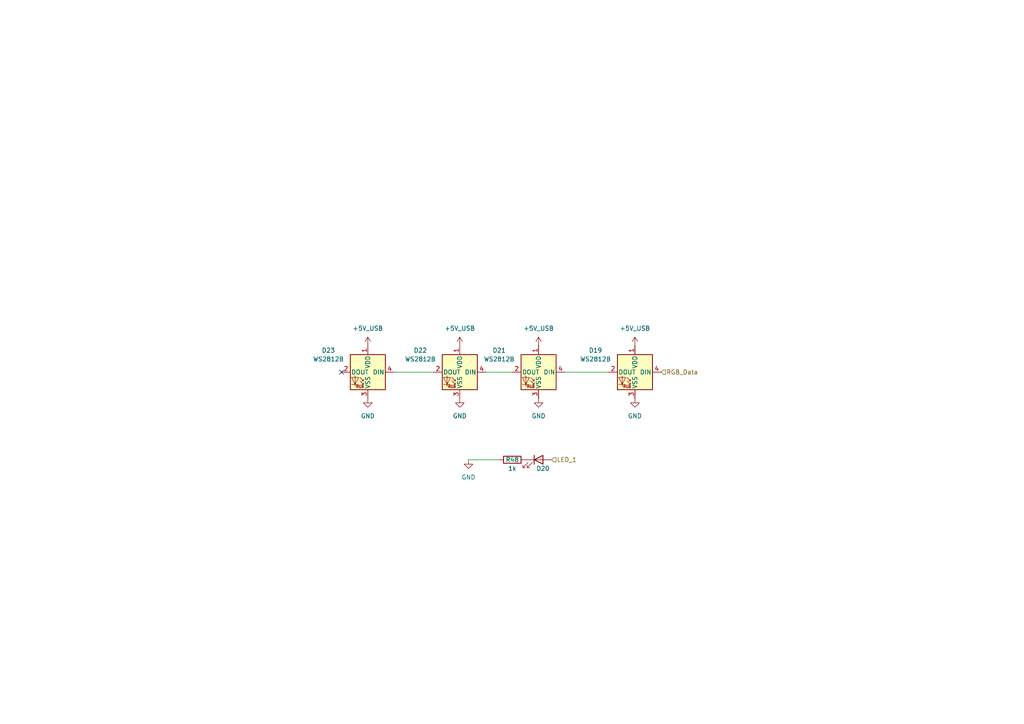
<source format=kicad_sch>
(kicad_sch (version 20250114) (generator "eeschema") (generator_version "9.0")
  (paper "A4")
  (title_block (title "LCR Meter - LEDs") (date "2025-01-20") (rev "1") (company "Vojtěch Glombíček"))
  (lib_symbols
    (symbol "Device:LED" (pin_numbers (hide yes)) (pin_names (offset 1.016) (hide yes))
      (property "Reference" "D" (at 0 2.54 0))
      (property "Value" "LED" (at 0 -2.54 0))
      (symbol "LED_0_1"
        (polyline (pts (xy -3.048 -0.762) (xy -4.572 -2.286) (xy -3.81 -2.286) (xy -4.572 -2.286) (xy -4.572 -1.524)))
        (polyline (pts (xy -1.778 -0.762) (xy -3.302 -2.286) (xy -2.54 -2.286) (xy -3.302 -2.286) (xy -3.302 -1.524)))
        (polyline (pts (xy -1.27 0) (xy 1.27 0)))
        (polyline (pts (xy -1.27 -1.27) (xy -1.27 1.27)) (stroke (width 0.254)))
        (polyline (pts (xy 1.27 -1.27) (xy 1.27 1.27) (xy -1.27 0) (xy 1.27 -1.27)) (stroke (width 0.254)))
      )
      (symbol "LED_1_1"
        (pin passive line (at -3.81 0 0) (length 2.54) (name "K") (number "1"))
        (pin passive line (at 3.81 0 180) (length 2.54) (name "A") (number "2"))
      )
    )
    (symbol "Device:R" (pin_numbers (hide yes)) (pin_names (offset 0))
      (property "Reference" "R" (at 2.032 0 90))
      (property "Value" "R" (at 0 0 90))
      (symbol "R_0_1"
        (rectangle (start -1.016 -2.54) (end 1.016 2.54) (stroke (width 0.254)))
      )
      (symbol "R_1_1"
        (pin passive line (at 0 3.81 270) (length 1.27) (name "~") (number "1"))
        (pin passive line (at 0 -3.81 90) (length 1.27) (name "~") (number "2"))
      )
    )
    (symbol "LED:WS2812B" (pin_names (offset 0.254))
      (property "Reference" "D" (at 5.08 5.715 0))
      (property "Value" "WS2812B" (at 1.27 -5.715 0))
      (symbol "WS2812B_0_0"
        (text "RGB" (at 2.286 -4.191 0) (effects (font (size 0.762 0.762))))
      )
      (symbol "WS2812B_0_1"
        (polyline (pts (xy 1.27 -2.54) (xy 1.778 -2.54)))
        (polyline (pts (xy 1.27 -3.556) (xy 1.778 -3.556)))
        (polyline (pts (xy 2.286 -1.524) (xy 1.27 -2.54) (xy 1.27 -2.032)))
        (polyline (pts (xy 2.286 -2.54) (xy 1.27 -3.556) (xy 1.27 -3.048)))
        (polyline (pts (xy 3.683 -1.016) (xy 3.683 -3.556) (xy 3.683 -4.064)))
        (polyline (pts (xy 4.699 -1.524) (xy 2.667 -1.524) (xy 3.683 -3.556) (xy 4.699 -1.524)))
        (polyline (pts (xy 4.699 -3.556) (xy 2.667 -3.556)))
        (rectangle (start 5.08 5.08) (end -5.08 -5.08) (stroke (width 0.254)) (fill (type background)))
      )
      (symbol "WS2812B_1_1"
        (pin input line (at -7.62 0 0) (length 2.54) (name "DIN") (number "4"))
        (pin power_in line (at 0 7.62 270) (length 2.54) (name "VDD") (number "1"))
        (pin power_in line (at 0 -7.62 90) (length 2.54) (name "VSS") (number "3"))
        (pin output line (at 7.62 0 180) (length 2.54) (name "DOUT") (number "2"))
      )
    )
    (symbol "power:+5V" (power) (pin_numbers (hide yes)) (pin_names (offset 0) (hide yes))
      (property "Value" "+5V" (at 0 3.556 0))
      (symbol "+5V_0_1"
        (polyline (pts (xy -0.762 1.27) (xy 0 2.54)))
        (polyline (pts (xy 0 2.54) (xy 0.762 1.27)))
        (polyline (pts (xy 0 0) (xy 0 2.54)))
      )
      (symbol "+5V_1_1"
        (pin power_in line (at 0 0 90) (length 0) (name "~") (number "1"))
      )
    )
    (symbol "power:GND" (power) (pin_numbers (hide yes)) (pin_names (offset 0) (hide yes))
      (property "Value" "GND" (at 0 -3.81 0))
      (symbol "GND_0_1"
        (polyline (pts (xy 0 0) (xy 0 -1.27) (xy 1.27 -1.27) (xy 0 -2.54) (xy -1.27 -1.27) (xy 0 -1.27)))
      )
      (symbol "GND_1_1"
        (pin power_in line (at 0 0 270) (length 0) (name "~") (number "1"))
      )
    )
  )
  (no_connect (at 99.06 107.95))
  (wire (pts (xy 163.83 107.95) (xy 176.53 107.95)))
  (wire (pts (xy 140.97 107.95) (xy 148.59 107.95)))
  (wire (pts (xy 135.89 133.35) (xy 144.78 133.35)))
  (wire (pts (xy 114.3 107.95) (xy 125.73 107.95)))
  (hierarchical_label "LED_1" (shape input) (at 160.02 133.35 0))
  (hierarchical_label "RGB_Data" (shape input) (at 191.77 107.95 0))
  (symbol (lib_id "Device:R") (at 148.59 133.35 90) (unit 1)
    (property "Reference" "R48" (at 148.59 133.35 90))
    (property "Value" "1k" (at 148.59 135.89 90))
    (property "Footprint" "Resistor_SMD:R_0603_1608Metric_Pad0.98x0.95mm_HandSolder" (effects (hide yes)))
    (property "Description" "Resistor" (effects (hide yes)))
  )
  (symbol (lib_id "power:+5V") (at 184.15 100.33 0) (unit 1)
    (property "Reference" "#PWR03" (effects (hide yes)))
    (property "Value" "+5V_USB" (at 184.15 95.25 0))
    (property "Description" "Power symbol creates a global label with name \"+5V\"" (effects (hide yes)))
  )
  (symbol (lib_id "power:GND") (at 106.68 115.57 0) (unit 1)
    (property "Reference" "#PWR0136" (effects (hide yes)))
    (property "Value" "GND" (at 106.68 120.65 0))
    (property "Description" "Power symbol creates a global label with name \"GND\" , ground" (effects (hide yes)))
  )
  (symbol (lib_id "LED:WS2812B") (at 106.68 107.95 0) (mirror y) (unit 1)
    (property "Reference" "D23" (at 95.25 101.6314 0))
    (property "Value" "WS2812B" (at 95.25 104.1714 0))
    (property "Footprint" "LED_SMD:LED_WS2812B_PLCC4_5.0x5.0mm_P3.2mm" (effects (hide yes)))
    (property "Datasheet" "https://cdn-shop.adafruit.com/datasheets/WS2812B.pdf" (effects (hide yes)))
    (property "Description" "RGB LED with integrated controller" (effects (hide yes)))
  )
  (symbol (lib_id "power:+5V") (at 156.21 100.33 0) (unit 1)
    (property "Reference" "#PWR0131" (effects (hide yes)))
    (property "Value" "+5V_USB" (at 156.21 95.25 0))
    (property "Description" "Power symbol creates a global label with name \"+5V\"" (effects (hide yes)))
  )
  (symbol (lib_id "power:GND") (at 184.15 115.57 0) (unit 1)
    (property "Reference" "#PWR04" (effects (hide yes)))
    (property "Value" "GND" (at 184.15 120.65 0))
    (property "Description" "Power symbol creates a global label with name \"GND\" , ground" (effects (hide yes)))
  )
  (symbol (lib_id "power:GND") (at 133.35 115.57 0) (unit 1)
    (property "Reference" "#PWR0134" (effects (hide yes)))
    (property "Value" "GND" (at 133.35 120.65 0))
    (property "Description" "Power symbol creates a global label with name \"GND\" , ground" (effects (hide yes)))
  )
  (symbol (lib_id "LED:WS2812B") (at 184.15 107.95 0) (mirror y) (unit 1)
    (property "Reference" "D19" (at 172.72 101.6314 0))
    (property "Value" "WS2812B" (at 172.72 104.1714 0))
    (property "Footprint" "LED_SMD:LED_WS2812B_PLCC4_5.0x5.0mm_P3.2mm" (effects (hide yes)))
    (property "Datasheet" "https://cdn-shop.adafruit.com/datasheets/WS2812B.pdf" (effects (hide yes)))
    (property "Description" "RGB LED with integrated controller" (effects (hide yes)))
  )
  (symbol (lib_id "LED:WS2812B") (at 133.35 107.95 0) (mirror y) (unit 1)
    (property "Reference" "D22" (at 121.92 101.6314 0))
    (property "Value" "WS2812B" (at 121.92 104.1714 0))
    (property "Footprint" "LED_SMD:LED_WS2812B_PLCC4_5.0x5.0mm_P3.2mm" (effects (hide yes)))
    (property "Datasheet" "https://cdn-shop.adafruit.com/datasheets/WS2812B.pdf" (effects (hide yes)))
    (property "Description" "RGB LED with integrated controller" (effects (hide yes)))
  )
  (symbol (lib_id "power:GND") (at 135.89 133.35 0) (unit 1)
    (property "Reference" "#PWR0137" (effects (hide yes)))
    (property "Value" "GND" (at 135.89 138.43 0))
    (property "Description" "Power symbol creates a global label with name \"GND\" , ground" (effects (hide yes)))
  )
  (symbol (lib_id "Device:LED") (at 156.21 133.35 0) (unit 1)
    (property "Reference" "D20" (at 157.48 135.89 0))
    (property "Value" "LED" (effects (hide yes)))
    (property "Footprint" "LED_SMD:LED_miniPLCC_2315" (effects (hide yes)))
    (property "Description" "Light emitting diode" (effects (hide yes)))
  )
  (symbol (lib_id "power:+5V") (at 133.35 100.33 0) (unit 1)
    (property "Reference" "#PWR0133" (effects (hide yes)))
    (property "Value" "+5V_USB" (at 133.35 95.25 0))
    (property "Description" "Power symbol creates a global label with name \"+5V\"" (effects (hide yes)))
  )
  (symbol (lib_id "LED:WS2812B") (at 156.21 107.95 0) (mirror y) (unit 1)
    (property "Reference" "D21" (at 144.78 101.6314 0))
    (property "Value" "WS2812B" (at 144.78 104.1714 0))
    (property "Footprint" "LED_SMD:LED_WS2812B_PLCC4_5.0x5.0mm_P3.2mm" (effects (hide yes)))
    (property "Datasheet" "https://cdn-shop.adafruit.com/datasheets/WS2812B.pdf" (effects (hide yes)))
    (property "Description" "RGB LED with integrated controller" (effects (hide yes)))
  )
  (symbol (lib_id "power:GND") (at 156.21 115.57 0) (unit 1)
    (property "Reference" "#PWR0132" (effects (hide yes)))
    (property "Value" "GND" (at 156.21 120.65 0))
    (property "Description" "Power symbol creates a global label with name \"GND\" , ground" (effects (hide yes)))
  )
  (symbol (lib_id "power:+5V") (at 106.68 100.33 0) (unit 1)
    (property "Reference" "#PWR0135" (effects (hide yes)))
    (property "Value" "+5V_USB" (at 106.68 95.25 0))
    (property "Description" "Power symbol creates a global label with name \"+5V\"" (effects (hide yes)))
  )
)
</source>
